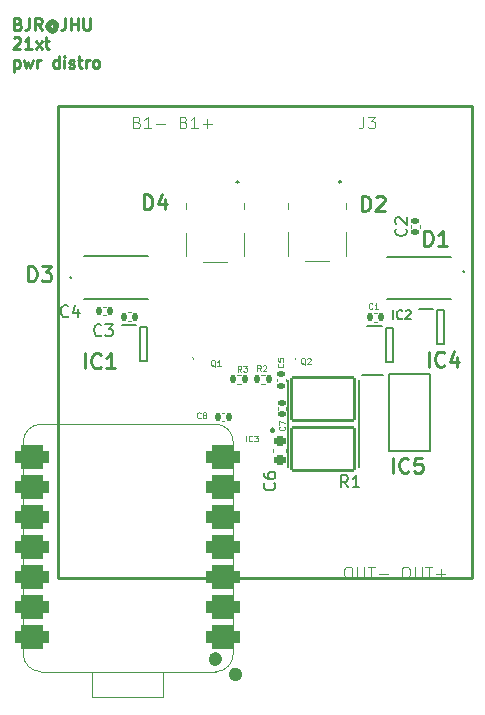
<source format=gbr>
G04 #@! TF.GenerationSoftware,KiCad,Pcbnew,8.0.7*
G04 #@! TF.CreationDate,2025-03-27T23:32:15-04:00*
G04 #@! TF.ProjectId,power_distribution_board,706f7765-725f-4646-9973-747269627574,1*
G04 #@! TF.SameCoordinates,Original*
G04 #@! TF.FileFunction,Legend,Top*
G04 #@! TF.FilePolarity,Positive*
%FSLAX46Y46*%
G04 Gerber Fmt 4.6, Leading zero omitted, Abs format (unit mm)*
G04 Created by KiCad (PCBNEW 8.0.7) date 2025-03-27 23:32:15*
%MOMM*%
%LPD*%
G01*
G04 APERTURE LIST*
G04 Aperture macros list*
%AMRoundRect*
0 Rectangle with rounded corners*
0 $1 Rounding radius*
0 $2 $3 $4 $5 $6 $7 $8 $9 X,Y pos of 4 corners*
0 Add a 4 corners polygon primitive as box body*
4,1,4,$2,$3,$4,$5,$6,$7,$8,$9,$2,$3,0*
0 Add four circle primitives for the rounded corners*
1,1,$1+$1,$2,$3*
1,1,$1+$1,$4,$5*
1,1,$1+$1,$6,$7*
1,1,$1+$1,$8,$9*
0 Add four rect primitives between the rounded corners*
20,1,$1+$1,$2,$3,$4,$5,0*
20,1,$1+$1,$4,$5,$6,$7,0*
20,1,$1+$1,$6,$7,$8,$9,0*
20,1,$1+$1,$8,$9,$2,$3,0*%
G04 Aperture macros list end*
%ADD10C,0.254000*%
%ADD11C,0.100000*%
%ADD12C,0.150000*%
%ADD13C,0.250000*%
%ADD14C,0.125000*%
%ADD15C,0.187500*%
%ADD16C,0.120000*%
%ADD17C,0.200000*%
%ADD18C,0.127000*%
%ADD19C,0.581507*%
%ADD20R,0.850000X0.300000*%
%ADD21R,0.690000X2.440000*%
%ADD22RoundRect,0.140000X0.140000X0.170000X-0.140000X0.170000X-0.140000X-0.170000X0.140000X-0.170000X0*%
%ADD23R,1.200000X0.600000*%
%ADD24RoundRect,0.135000X0.135000X0.185000X-0.135000X0.185000X-0.135000X-0.185000X0.135000X-0.185000X0*%
%ADD25RoundRect,0.225000X-0.250000X0.225000X-0.250000X-0.225000X0.250000X-0.225000X0.250000X0.225000X0*%
%ADD26R,0.750000X1.000000*%
%ADD27R,0.750000X0.475000*%
%ADD28R,4.560000X2.730000*%
%ADD29R,5.550000X0.910000*%
%ADD30R,4.560000X0.430000*%
%ADD31C,3.200000*%
%ADD32RoundRect,0.102000X-2.665000X1.815000X-2.665000X-1.815000X2.665000X-1.815000X2.665000X1.815000X0*%
%ADD33C,1.004000*%
%ADD34R,3.000000X5.000000*%
%ADD35R,5.000000X3.000000*%
%ADD36RoundRect,0.140000X0.170000X-0.140000X0.170000X0.140000X-0.170000X0.140000X-0.170000X-0.140000X0*%
%ADD37R,4.560000X4.055000*%
%ADD38R,0.495000X0.905000*%
%ADD39R,2.200000X2.150000*%
%ADD40R,1.750000X0.950000*%
%ADD41R,1.750000X3.200000*%
%ADD42RoundRect,0.525400X0.900400X0.525400X-0.900400X0.525400X-0.900400X-0.525400X0.900400X-0.525400X0*%
%ADD43RoundRect,0.140000X-0.140000X-0.170000X0.140000X-0.170000X0.140000X0.170000X-0.140000X0.170000X0*%
G04 APERTURE END LIST*
D10*
X23360000Y-10000000D02*
X58360000Y-10000000D01*
X58360000Y-50000000D01*
X23360000Y-50000000D01*
X23360000Y-10000000D01*
D11*
X47829881Y-48987419D02*
X48020357Y-48987419D01*
X48020357Y-48987419D02*
X48115595Y-49035038D01*
X48115595Y-49035038D02*
X48210833Y-49130276D01*
X48210833Y-49130276D02*
X48258452Y-49320752D01*
X48258452Y-49320752D02*
X48258452Y-49654085D01*
X48258452Y-49654085D02*
X48210833Y-49844561D01*
X48210833Y-49844561D02*
X48115595Y-49939800D01*
X48115595Y-49939800D02*
X48020357Y-49987419D01*
X48020357Y-49987419D02*
X47829881Y-49987419D01*
X47829881Y-49987419D02*
X47734643Y-49939800D01*
X47734643Y-49939800D02*
X47639405Y-49844561D01*
X47639405Y-49844561D02*
X47591786Y-49654085D01*
X47591786Y-49654085D02*
X47591786Y-49320752D01*
X47591786Y-49320752D02*
X47639405Y-49130276D01*
X47639405Y-49130276D02*
X47734643Y-49035038D01*
X47734643Y-49035038D02*
X47829881Y-48987419D01*
X48687024Y-48987419D02*
X48687024Y-49796942D01*
X48687024Y-49796942D02*
X48734643Y-49892180D01*
X48734643Y-49892180D02*
X48782262Y-49939800D01*
X48782262Y-49939800D02*
X48877500Y-49987419D01*
X48877500Y-49987419D02*
X49067976Y-49987419D01*
X49067976Y-49987419D02*
X49163214Y-49939800D01*
X49163214Y-49939800D02*
X49210833Y-49892180D01*
X49210833Y-49892180D02*
X49258452Y-49796942D01*
X49258452Y-49796942D02*
X49258452Y-48987419D01*
X49591786Y-48987419D02*
X50163214Y-48987419D01*
X49877500Y-49987419D02*
X49877500Y-48987419D01*
X50496548Y-49606466D02*
X51258453Y-49606466D01*
X52687024Y-48987419D02*
X52877500Y-48987419D01*
X52877500Y-48987419D02*
X52972738Y-49035038D01*
X52972738Y-49035038D02*
X53067976Y-49130276D01*
X53067976Y-49130276D02*
X53115595Y-49320752D01*
X53115595Y-49320752D02*
X53115595Y-49654085D01*
X53115595Y-49654085D02*
X53067976Y-49844561D01*
X53067976Y-49844561D02*
X52972738Y-49939800D01*
X52972738Y-49939800D02*
X52877500Y-49987419D01*
X52877500Y-49987419D02*
X52687024Y-49987419D01*
X52687024Y-49987419D02*
X52591786Y-49939800D01*
X52591786Y-49939800D02*
X52496548Y-49844561D01*
X52496548Y-49844561D02*
X52448929Y-49654085D01*
X52448929Y-49654085D02*
X52448929Y-49320752D01*
X52448929Y-49320752D02*
X52496548Y-49130276D01*
X52496548Y-49130276D02*
X52591786Y-49035038D01*
X52591786Y-49035038D02*
X52687024Y-48987419D01*
X53544167Y-48987419D02*
X53544167Y-49796942D01*
X53544167Y-49796942D02*
X53591786Y-49892180D01*
X53591786Y-49892180D02*
X53639405Y-49939800D01*
X53639405Y-49939800D02*
X53734643Y-49987419D01*
X53734643Y-49987419D02*
X53925119Y-49987419D01*
X53925119Y-49987419D02*
X54020357Y-49939800D01*
X54020357Y-49939800D02*
X54067976Y-49892180D01*
X54067976Y-49892180D02*
X54115595Y-49796942D01*
X54115595Y-49796942D02*
X54115595Y-48987419D01*
X54448929Y-48987419D02*
X55020357Y-48987419D01*
X54734643Y-49987419D02*
X54734643Y-48987419D01*
X55353691Y-49606466D02*
X56115596Y-49606466D01*
X55734643Y-49987419D02*
X55734643Y-49225514D01*
X30020000Y-11363609D02*
X30162857Y-11411228D01*
X30162857Y-11411228D02*
X30210476Y-11458847D01*
X30210476Y-11458847D02*
X30258095Y-11554085D01*
X30258095Y-11554085D02*
X30258095Y-11696942D01*
X30258095Y-11696942D02*
X30210476Y-11792180D01*
X30210476Y-11792180D02*
X30162857Y-11839800D01*
X30162857Y-11839800D02*
X30067619Y-11887419D01*
X30067619Y-11887419D02*
X29686667Y-11887419D01*
X29686667Y-11887419D02*
X29686667Y-10887419D01*
X29686667Y-10887419D02*
X30020000Y-10887419D01*
X30020000Y-10887419D02*
X30115238Y-10935038D01*
X30115238Y-10935038D02*
X30162857Y-10982657D01*
X30162857Y-10982657D02*
X30210476Y-11077895D01*
X30210476Y-11077895D02*
X30210476Y-11173133D01*
X30210476Y-11173133D02*
X30162857Y-11268371D01*
X30162857Y-11268371D02*
X30115238Y-11315990D01*
X30115238Y-11315990D02*
X30020000Y-11363609D01*
X30020000Y-11363609D02*
X29686667Y-11363609D01*
X31210476Y-11887419D02*
X30639048Y-11887419D01*
X30924762Y-11887419D02*
X30924762Y-10887419D01*
X30924762Y-10887419D02*
X30829524Y-11030276D01*
X30829524Y-11030276D02*
X30734286Y-11125514D01*
X30734286Y-11125514D02*
X30639048Y-11173133D01*
X31639048Y-11506466D02*
X32400953Y-11506466D01*
X33972381Y-11363609D02*
X34115238Y-11411228D01*
X34115238Y-11411228D02*
X34162857Y-11458847D01*
X34162857Y-11458847D02*
X34210476Y-11554085D01*
X34210476Y-11554085D02*
X34210476Y-11696942D01*
X34210476Y-11696942D02*
X34162857Y-11792180D01*
X34162857Y-11792180D02*
X34115238Y-11839800D01*
X34115238Y-11839800D02*
X34020000Y-11887419D01*
X34020000Y-11887419D02*
X33639048Y-11887419D01*
X33639048Y-11887419D02*
X33639048Y-10887419D01*
X33639048Y-10887419D02*
X33972381Y-10887419D01*
X33972381Y-10887419D02*
X34067619Y-10935038D01*
X34067619Y-10935038D02*
X34115238Y-10982657D01*
X34115238Y-10982657D02*
X34162857Y-11077895D01*
X34162857Y-11077895D02*
X34162857Y-11173133D01*
X34162857Y-11173133D02*
X34115238Y-11268371D01*
X34115238Y-11268371D02*
X34067619Y-11315990D01*
X34067619Y-11315990D02*
X33972381Y-11363609D01*
X33972381Y-11363609D02*
X33639048Y-11363609D01*
X35162857Y-11887419D02*
X34591429Y-11887419D01*
X34877143Y-11887419D02*
X34877143Y-10887419D01*
X34877143Y-10887419D02*
X34781905Y-11030276D01*
X34781905Y-11030276D02*
X34686667Y-11125514D01*
X34686667Y-11125514D02*
X34591429Y-11173133D01*
X35591429Y-11506466D02*
X36353334Y-11506466D01*
X35972381Y-11887419D02*
X35972381Y-11125514D01*
D12*
X24430000Y-24439580D02*
X24477619Y-24487200D01*
X24477619Y-24487200D02*
X24430000Y-24534819D01*
X24430000Y-24534819D02*
X24382381Y-24487200D01*
X24382381Y-24487200D02*
X24430000Y-24439580D01*
X24430000Y-24439580D02*
X24430000Y-24534819D01*
D13*
X19955760Y-3038438D02*
X20098617Y-3086057D01*
X20098617Y-3086057D02*
X20146236Y-3133676D01*
X20146236Y-3133676D02*
X20193855Y-3228914D01*
X20193855Y-3228914D02*
X20193855Y-3371771D01*
X20193855Y-3371771D02*
X20146236Y-3467009D01*
X20146236Y-3467009D02*
X20098617Y-3514629D01*
X20098617Y-3514629D02*
X20003379Y-3562248D01*
X20003379Y-3562248D02*
X19622427Y-3562248D01*
X19622427Y-3562248D02*
X19622427Y-2562248D01*
X19622427Y-2562248D02*
X19955760Y-2562248D01*
X19955760Y-2562248D02*
X20050998Y-2609867D01*
X20050998Y-2609867D02*
X20098617Y-2657486D01*
X20098617Y-2657486D02*
X20146236Y-2752724D01*
X20146236Y-2752724D02*
X20146236Y-2847962D01*
X20146236Y-2847962D02*
X20098617Y-2943200D01*
X20098617Y-2943200D02*
X20050998Y-2990819D01*
X20050998Y-2990819D02*
X19955760Y-3038438D01*
X19955760Y-3038438D02*
X19622427Y-3038438D01*
X20908141Y-2562248D02*
X20908141Y-3276533D01*
X20908141Y-3276533D02*
X20860522Y-3419390D01*
X20860522Y-3419390D02*
X20765284Y-3514629D01*
X20765284Y-3514629D02*
X20622427Y-3562248D01*
X20622427Y-3562248D02*
X20527189Y-3562248D01*
X21955760Y-3562248D02*
X21622427Y-3086057D01*
X21384332Y-3562248D02*
X21384332Y-2562248D01*
X21384332Y-2562248D02*
X21765284Y-2562248D01*
X21765284Y-2562248D02*
X21860522Y-2609867D01*
X21860522Y-2609867D02*
X21908141Y-2657486D01*
X21908141Y-2657486D02*
X21955760Y-2752724D01*
X21955760Y-2752724D02*
X21955760Y-2895581D01*
X21955760Y-2895581D02*
X21908141Y-2990819D01*
X21908141Y-2990819D02*
X21860522Y-3038438D01*
X21860522Y-3038438D02*
X21765284Y-3086057D01*
X21765284Y-3086057D02*
X21384332Y-3086057D01*
X23003379Y-3086057D02*
X22955760Y-3038438D01*
X22955760Y-3038438D02*
X22860522Y-2990819D01*
X22860522Y-2990819D02*
X22765284Y-2990819D01*
X22765284Y-2990819D02*
X22670046Y-3038438D01*
X22670046Y-3038438D02*
X22622427Y-3086057D01*
X22622427Y-3086057D02*
X22574808Y-3181295D01*
X22574808Y-3181295D02*
X22574808Y-3276533D01*
X22574808Y-3276533D02*
X22622427Y-3371771D01*
X22622427Y-3371771D02*
X22670046Y-3419390D01*
X22670046Y-3419390D02*
X22765284Y-3467009D01*
X22765284Y-3467009D02*
X22860522Y-3467009D01*
X22860522Y-3467009D02*
X22955760Y-3419390D01*
X22955760Y-3419390D02*
X23003379Y-3371771D01*
X23003379Y-2990819D02*
X23003379Y-3371771D01*
X23003379Y-3371771D02*
X23050998Y-3419390D01*
X23050998Y-3419390D02*
X23098617Y-3419390D01*
X23098617Y-3419390D02*
X23193856Y-3371771D01*
X23193856Y-3371771D02*
X23241475Y-3276533D01*
X23241475Y-3276533D02*
X23241475Y-3038438D01*
X23241475Y-3038438D02*
X23146237Y-2895581D01*
X23146237Y-2895581D02*
X23003379Y-2800343D01*
X23003379Y-2800343D02*
X22812903Y-2752724D01*
X22812903Y-2752724D02*
X22622427Y-2800343D01*
X22622427Y-2800343D02*
X22479570Y-2895581D01*
X22479570Y-2895581D02*
X22384332Y-3038438D01*
X22384332Y-3038438D02*
X22336713Y-3228914D01*
X22336713Y-3228914D02*
X22384332Y-3419390D01*
X22384332Y-3419390D02*
X22479570Y-3562248D01*
X22479570Y-3562248D02*
X22622427Y-3657486D01*
X22622427Y-3657486D02*
X22812903Y-3705105D01*
X22812903Y-3705105D02*
X23003379Y-3657486D01*
X23003379Y-3657486D02*
X23146237Y-3562248D01*
X23955760Y-2562248D02*
X23955760Y-3276533D01*
X23955760Y-3276533D02*
X23908141Y-3419390D01*
X23908141Y-3419390D02*
X23812903Y-3514629D01*
X23812903Y-3514629D02*
X23670046Y-3562248D01*
X23670046Y-3562248D02*
X23574808Y-3562248D01*
X24431951Y-3562248D02*
X24431951Y-2562248D01*
X24431951Y-3038438D02*
X25003379Y-3038438D01*
X25003379Y-3562248D02*
X25003379Y-2562248D01*
X25479570Y-2562248D02*
X25479570Y-3371771D01*
X25479570Y-3371771D02*
X25527189Y-3467009D01*
X25527189Y-3467009D02*
X25574808Y-3514629D01*
X25574808Y-3514629D02*
X25670046Y-3562248D01*
X25670046Y-3562248D02*
X25860522Y-3562248D01*
X25860522Y-3562248D02*
X25955760Y-3514629D01*
X25955760Y-3514629D02*
X26003379Y-3467009D01*
X26003379Y-3467009D02*
X26050998Y-3371771D01*
X26050998Y-3371771D02*
X26050998Y-2562248D01*
X19574808Y-4267430D02*
X19622427Y-4219811D01*
X19622427Y-4219811D02*
X19717665Y-4172192D01*
X19717665Y-4172192D02*
X19955760Y-4172192D01*
X19955760Y-4172192D02*
X20050998Y-4219811D01*
X20050998Y-4219811D02*
X20098617Y-4267430D01*
X20098617Y-4267430D02*
X20146236Y-4362668D01*
X20146236Y-4362668D02*
X20146236Y-4457906D01*
X20146236Y-4457906D02*
X20098617Y-4600763D01*
X20098617Y-4600763D02*
X19527189Y-5172192D01*
X19527189Y-5172192D02*
X20146236Y-5172192D01*
X21098617Y-5172192D02*
X20527189Y-5172192D01*
X20812903Y-5172192D02*
X20812903Y-4172192D01*
X20812903Y-4172192D02*
X20717665Y-4315049D01*
X20717665Y-4315049D02*
X20622427Y-4410287D01*
X20622427Y-4410287D02*
X20527189Y-4457906D01*
X21431951Y-5172192D02*
X21955760Y-4505525D01*
X21431951Y-4505525D02*
X21955760Y-5172192D01*
X22193856Y-4505525D02*
X22574808Y-4505525D01*
X22336713Y-4172192D02*
X22336713Y-5029334D01*
X22336713Y-5029334D02*
X22384332Y-5124573D01*
X22384332Y-5124573D02*
X22479570Y-5172192D01*
X22479570Y-5172192D02*
X22574808Y-5172192D01*
X19622427Y-6115469D02*
X19622427Y-7115469D01*
X19622427Y-6163088D02*
X19717665Y-6115469D01*
X19717665Y-6115469D02*
X19908141Y-6115469D01*
X19908141Y-6115469D02*
X20003379Y-6163088D01*
X20003379Y-6163088D02*
X20050998Y-6210707D01*
X20050998Y-6210707D02*
X20098617Y-6305945D01*
X20098617Y-6305945D02*
X20098617Y-6591659D01*
X20098617Y-6591659D02*
X20050998Y-6686897D01*
X20050998Y-6686897D02*
X20003379Y-6734517D01*
X20003379Y-6734517D02*
X19908141Y-6782136D01*
X19908141Y-6782136D02*
X19717665Y-6782136D01*
X19717665Y-6782136D02*
X19622427Y-6734517D01*
X20431951Y-6115469D02*
X20622427Y-6782136D01*
X20622427Y-6782136D02*
X20812903Y-6305945D01*
X20812903Y-6305945D02*
X21003379Y-6782136D01*
X21003379Y-6782136D02*
X21193855Y-6115469D01*
X21574808Y-6782136D02*
X21574808Y-6115469D01*
X21574808Y-6305945D02*
X21622427Y-6210707D01*
X21622427Y-6210707D02*
X21670046Y-6163088D01*
X21670046Y-6163088D02*
X21765284Y-6115469D01*
X21765284Y-6115469D02*
X21860522Y-6115469D01*
X23384332Y-6782136D02*
X23384332Y-5782136D01*
X23384332Y-6734517D02*
X23289094Y-6782136D01*
X23289094Y-6782136D02*
X23098618Y-6782136D01*
X23098618Y-6782136D02*
X23003380Y-6734517D01*
X23003380Y-6734517D02*
X22955761Y-6686897D01*
X22955761Y-6686897D02*
X22908142Y-6591659D01*
X22908142Y-6591659D02*
X22908142Y-6305945D01*
X22908142Y-6305945D02*
X22955761Y-6210707D01*
X22955761Y-6210707D02*
X23003380Y-6163088D01*
X23003380Y-6163088D02*
X23098618Y-6115469D01*
X23098618Y-6115469D02*
X23289094Y-6115469D01*
X23289094Y-6115469D02*
X23384332Y-6163088D01*
X23860523Y-6782136D02*
X23860523Y-6115469D01*
X23860523Y-5782136D02*
X23812904Y-5829755D01*
X23812904Y-5829755D02*
X23860523Y-5877374D01*
X23860523Y-5877374D02*
X23908142Y-5829755D01*
X23908142Y-5829755D02*
X23860523Y-5782136D01*
X23860523Y-5782136D02*
X23860523Y-5877374D01*
X24289094Y-6734517D02*
X24384332Y-6782136D01*
X24384332Y-6782136D02*
X24574808Y-6782136D01*
X24574808Y-6782136D02*
X24670046Y-6734517D01*
X24670046Y-6734517D02*
X24717665Y-6639278D01*
X24717665Y-6639278D02*
X24717665Y-6591659D01*
X24717665Y-6591659D02*
X24670046Y-6496421D01*
X24670046Y-6496421D02*
X24574808Y-6448802D01*
X24574808Y-6448802D02*
X24431951Y-6448802D01*
X24431951Y-6448802D02*
X24336713Y-6401183D01*
X24336713Y-6401183D02*
X24289094Y-6305945D01*
X24289094Y-6305945D02*
X24289094Y-6258326D01*
X24289094Y-6258326D02*
X24336713Y-6163088D01*
X24336713Y-6163088D02*
X24431951Y-6115469D01*
X24431951Y-6115469D02*
X24574808Y-6115469D01*
X24574808Y-6115469D02*
X24670046Y-6163088D01*
X25003380Y-6115469D02*
X25384332Y-6115469D01*
X25146237Y-5782136D02*
X25146237Y-6639278D01*
X25146237Y-6639278D02*
X25193856Y-6734517D01*
X25193856Y-6734517D02*
X25289094Y-6782136D01*
X25289094Y-6782136D02*
X25384332Y-6782136D01*
X25717666Y-6782136D02*
X25717666Y-6115469D01*
X25717666Y-6305945D02*
X25765285Y-6210707D01*
X25765285Y-6210707D02*
X25812904Y-6163088D01*
X25812904Y-6163088D02*
X25908142Y-6115469D01*
X25908142Y-6115469D02*
X26003380Y-6115469D01*
X26479571Y-6782136D02*
X26384333Y-6734517D01*
X26384333Y-6734517D02*
X26336714Y-6686897D01*
X26336714Y-6686897D02*
X26289095Y-6591659D01*
X26289095Y-6591659D02*
X26289095Y-6305945D01*
X26289095Y-6305945D02*
X26336714Y-6210707D01*
X26336714Y-6210707D02*
X26384333Y-6163088D01*
X26384333Y-6163088D02*
X26479571Y-6115469D01*
X26479571Y-6115469D02*
X26622428Y-6115469D01*
X26622428Y-6115469D02*
X26717666Y-6163088D01*
X26717666Y-6163088D02*
X26765285Y-6210707D01*
X26765285Y-6210707D02*
X26812904Y-6305945D01*
X26812904Y-6305945D02*
X26812904Y-6591659D01*
X26812904Y-6591659D02*
X26765285Y-6686897D01*
X26765285Y-6686897D02*
X26717666Y-6734517D01*
X26717666Y-6734517D02*
X26622428Y-6782136D01*
X26622428Y-6782136D02*
X26479571Y-6782136D01*
D12*
X57700000Y-23929580D02*
X57747619Y-23977200D01*
X57747619Y-23977200D02*
X57700000Y-24024819D01*
X57700000Y-24024819D02*
X57652381Y-23977200D01*
X57652381Y-23977200D02*
X57700000Y-23929580D01*
X57700000Y-23929580D02*
X57700000Y-24024819D01*
D14*
X39271905Y-38394809D02*
X39271905Y-37894809D01*
X39795714Y-38347190D02*
X39771905Y-38371000D01*
X39771905Y-38371000D02*
X39700476Y-38394809D01*
X39700476Y-38394809D02*
X39652857Y-38394809D01*
X39652857Y-38394809D02*
X39581429Y-38371000D01*
X39581429Y-38371000D02*
X39533810Y-38323380D01*
X39533810Y-38323380D02*
X39510000Y-38275761D01*
X39510000Y-38275761D02*
X39486191Y-38180523D01*
X39486191Y-38180523D02*
X39486191Y-38109095D01*
X39486191Y-38109095D02*
X39510000Y-38013857D01*
X39510000Y-38013857D02*
X39533810Y-37966238D01*
X39533810Y-37966238D02*
X39581429Y-37918619D01*
X39581429Y-37918619D02*
X39652857Y-37894809D01*
X39652857Y-37894809D02*
X39700476Y-37894809D01*
X39700476Y-37894809D02*
X39771905Y-37918619D01*
X39771905Y-37918619D02*
X39795714Y-37942428D01*
X39962381Y-37894809D02*
X40271905Y-37894809D01*
X40271905Y-37894809D02*
X40105238Y-38085285D01*
X40105238Y-38085285D02*
X40176667Y-38085285D01*
X40176667Y-38085285D02*
X40224286Y-38109095D01*
X40224286Y-38109095D02*
X40248095Y-38132904D01*
X40248095Y-38132904D02*
X40271905Y-38180523D01*
X40271905Y-38180523D02*
X40271905Y-38299571D01*
X40271905Y-38299571D02*
X40248095Y-38347190D01*
X40248095Y-38347190D02*
X40224286Y-38371000D01*
X40224286Y-38371000D02*
X40176667Y-38394809D01*
X40176667Y-38394809D02*
X40033810Y-38394809D01*
X40033810Y-38394809D02*
X39986191Y-38371000D01*
X39986191Y-38371000D02*
X39962381Y-38347190D01*
X35406666Y-36382190D02*
X35382857Y-36406000D01*
X35382857Y-36406000D02*
X35311428Y-36429809D01*
X35311428Y-36429809D02*
X35263809Y-36429809D01*
X35263809Y-36429809D02*
X35192381Y-36406000D01*
X35192381Y-36406000D02*
X35144762Y-36358380D01*
X35144762Y-36358380D02*
X35120952Y-36310761D01*
X35120952Y-36310761D02*
X35097143Y-36215523D01*
X35097143Y-36215523D02*
X35097143Y-36144095D01*
X35097143Y-36144095D02*
X35120952Y-36048857D01*
X35120952Y-36048857D02*
X35144762Y-36001238D01*
X35144762Y-36001238D02*
X35192381Y-35953619D01*
X35192381Y-35953619D02*
X35263809Y-35929809D01*
X35263809Y-35929809D02*
X35311428Y-35929809D01*
X35311428Y-35929809D02*
X35382857Y-35953619D01*
X35382857Y-35953619D02*
X35406666Y-35977428D01*
X35692381Y-36144095D02*
X35644762Y-36120285D01*
X35644762Y-36120285D02*
X35620952Y-36096476D01*
X35620952Y-36096476D02*
X35597143Y-36048857D01*
X35597143Y-36048857D02*
X35597143Y-36025047D01*
X35597143Y-36025047D02*
X35620952Y-35977428D01*
X35620952Y-35977428D02*
X35644762Y-35953619D01*
X35644762Y-35953619D02*
X35692381Y-35929809D01*
X35692381Y-35929809D02*
X35787619Y-35929809D01*
X35787619Y-35929809D02*
X35835238Y-35953619D01*
X35835238Y-35953619D02*
X35859047Y-35977428D01*
X35859047Y-35977428D02*
X35882857Y-36025047D01*
X35882857Y-36025047D02*
X35882857Y-36048857D01*
X35882857Y-36048857D02*
X35859047Y-36096476D01*
X35859047Y-36096476D02*
X35835238Y-36120285D01*
X35835238Y-36120285D02*
X35787619Y-36144095D01*
X35787619Y-36144095D02*
X35692381Y-36144095D01*
X35692381Y-36144095D02*
X35644762Y-36167904D01*
X35644762Y-36167904D02*
X35620952Y-36191714D01*
X35620952Y-36191714D02*
X35597143Y-36239333D01*
X35597143Y-36239333D02*
X35597143Y-36334571D01*
X35597143Y-36334571D02*
X35620952Y-36382190D01*
X35620952Y-36382190D02*
X35644762Y-36406000D01*
X35644762Y-36406000D02*
X35692381Y-36429809D01*
X35692381Y-36429809D02*
X35787619Y-36429809D01*
X35787619Y-36429809D02*
X35835238Y-36406000D01*
X35835238Y-36406000D02*
X35859047Y-36382190D01*
X35859047Y-36382190D02*
X35882857Y-36334571D01*
X35882857Y-36334571D02*
X35882857Y-36239333D01*
X35882857Y-36239333D02*
X35859047Y-36191714D01*
X35859047Y-36191714D02*
X35835238Y-36167904D01*
X35835238Y-36167904D02*
X35787619Y-36144095D01*
D12*
X27003333Y-29379580D02*
X26955714Y-29427200D01*
X26955714Y-29427200D02*
X26812857Y-29474819D01*
X26812857Y-29474819D02*
X26717619Y-29474819D01*
X26717619Y-29474819D02*
X26574762Y-29427200D01*
X26574762Y-29427200D02*
X26479524Y-29331961D01*
X26479524Y-29331961D02*
X26431905Y-29236723D01*
X26431905Y-29236723D02*
X26384286Y-29046247D01*
X26384286Y-29046247D02*
X26384286Y-28903390D01*
X26384286Y-28903390D02*
X26431905Y-28712914D01*
X26431905Y-28712914D02*
X26479524Y-28617676D01*
X26479524Y-28617676D02*
X26574762Y-28522438D01*
X26574762Y-28522438D02*
X26717619Y-28474819D01*
X26717619Y-28474819D02*
X26812857Y-28474819D01*
X26812857Y-28474819D02*
X26955714Y-28522438D01*
X26955714Y-28522438D02*
X27003333Y-28570057D01*
X27336667Y-28474819D02*
X27955714Y-28474819D01*
X27955714Y-28474819D02*
X27622381Y-28855771D01*
X27622381Y-28855771D02*
X27765238Y-28855771D01*
X27765238Y-28855771D02*
X27860476Y-28903390D01*
X27860476Y-28903390D02*
X27908095Y-28951009D01*
X27908095Y-28951009D02*
X27955714Y-29046247D01*
X27955714Y-29046247D02*
X27955714Y-29284342D01*
X27955714Y-29284342D02*
X27908095Y-29379580D01*
X27908095Y-29379580D02*
X27860476Y-29427200D01*
X27860476Y-29427200D02*
X27765238Y-29474819D01*
X27765238Y-29474819D02*
X27479524Y-29474819D01*
X27479524Y-29474819D02*
X27384286Y-29427200D01*
X27384286Y-29427200D02*
X27336667Y-29379580D01*
D10*
X54710237Y-32054318D02*
X54710237Y-30784318D01*
X56040714Y-31933365D02*
X55980238Y-31993842D01*
X55980238Y-31993842D02*
X55798809Y-32054318D01*
X55798809Y-32054318D02*
X55677857Y-32054318D01*
X55677857Y-32054318D02*
X55496428Y-31993842D01*
X55496428Y-31993842D02*
X55375476Y-31872889D01*
X55375476Y-31872889D02*
X55314999Y-31751937D01*
X55314999Y-31751937D02*
X55254523Y-31510032D01*
X55254523Y-31510032D02*
X55254523Y-31328603D01*
X55254523Y-31328603D02*
X55314999Y-31086699D01*
X55314999Y-31086699D02*
X55375476Y-30965746D01*
X55375476Y-30965746D02*
X55496428Y-30844794D01*
X55496428Y-30844794D02*
X55677857Y-30784318D01*
X55677857Y-30784318D02*
X55798809Y-30784318D01*
X55798809Y-30784318D02*
X55980238Y-30844794D01*
X55980238Y-30844794D02*
X56040714Y-30905270D01*
X57129285Y-31207651D02*
X57129285Y-32054318D01*
X56826904Y-30723842D02*
X56524523Y-31630984D01*
X56524523Y-31630984D02*
X57310714Y-31630984D01*
D14*
X40506666Y-32454809D02*
X40340000Y-32216714D01*
X40220952Y-32454809D02*
X40220952Y-31954809D01*
X40220952Y-31954809D02*
X40411428Y-31954809D01*
X40411428Y-31954809D02*
X40459047Y-31978619D01*
X40459047Y-31978619D02*
X40482857Y-32002428D01*
X40482857Y-32002428D02*
X40506666Y-32050047D01*
X40506666Y-32050047D02*
X40506666Y-32121476D01*
X40506666Y-32121476D02*
X40482857Y-32169095D01*
X40482857Y-32169095D02*
X40459047Y-32192904D01*
X40459047Y-32192904D02*
X40411428Y-32216714D01*
X40411428Y-32216714D02*
X40220952Y-32216714D01*
X40697143Y-32002428D02*
X40720952Y-31978619D01*
X40720952Y-31978619D02*
X40768571Y-31954809D01*
X40768571Y-31954809D02*
X40887619Y-31954809D01*
X40887619Y-31954809D02*
X40935238Y-31978619D01*
X40935238Y-31978619D02*
X40959047Y-32002428D01*
X40959047Y-32002428D02*
X40982857Y-32050047D01*
X40982857Y-32050047D02*
X40982857Y-32097666D01*
X40982857Y-32097666D02*
X40959047Y-32169095D01*
X40959047Y-32169095D02*
X40673333Y-32454809D01*
X40673333Y-32454809D02*
X40982857Y-32454809D01*
D12*
X41639580Y-41926666D02*
X41687200Y-41974285D01*
X41687200Y-41974285D02*
X41734819Y-42117142D01*
X41734819Y-42117142D02*
X41734819Y-42212380D01*
X41734819Y-42212380D02*
X41687200Y-42355237D01*
X41687200Y-42355237D02*
X41591961Y-42450475D01*
X41591961Y-42450475D02*
X41496723Y-42498094D01*
X41496723Y-42498094D02*
X41306247Y-42545713D01*
X41306247Y-42545713D02*
X41163390Y-42545713D01*
X41163390Y-42545713D02*
X40972914Y-42498094D01*
X40972914Y-42498094D02*
X40877676Y-42450475D01*
X40877676Y-42450475D02*
X40782438Y-42355237D01*
X40782438Y-42355237D02*
X40734819Y-42212380D01*
X40734819Y-42212380D02*
X40734819Y-42117142D01*
X40734819Y-42117142D02*
X40782438Y-41974285D01*
X40782438Y-41974285D02*
X40830057Y-41926666D01*
X40734819Y-41069523D02*
X40734819Y-41259999D01*
X40734819Y-41259999D02*
X40782438Y-41355237D01*
X40782438Y-41355237D02*
X40830057Y-41402856D01*
X40830057Y-41402856D02*
X40972914Y-41498094D01*
X40972914Y-41498094D02*
X41163390Y-41545713D01*
X41163390Y-41545713D02*
X41544342Y-41545713D01*
X41544342Y-41545713D02*
X41639580Y-41498094D01*
X41639580Y-41498094D02*
X41687200Y-41450475D01*
X41687200Y-41450475D02*
X41734819Y-41355237D01*
X41734819Y-41355237D02*
X41734819Y-41164761D01*
X41734819Y-41164761D02*
X41687200Y-41069523D01*
X41687200Y-41069523D02*
X41639580Y-41021904D01*
X41639580Y-41021904D02*
X41544342Y-40974285D01*
X41544342Y-40974285D02*
X41306247Y-40974285D01*
X41306247Y-40974285D02*
X41211009Y-41021904D01*
X41211009Y-41021904D02*
X41163390Y-41069523D01*
X41163390Y-41069523D02*
X41115771Y-41164761D01*
X41115771Y-41164761D02*
X41115771Y-41355237D01*
X41115771Y-41355237D02*
X41163390Y-41450475D01*
X41163390Y-41450475D02*
X41211009Y-41498094D01*
X41211009Y-41498094D02*
X41306247Y-41545713D01*
D10*
X49062618Y-18884318D02*
X49062618Y-17614318D01*
X49062618Y-17614318D02*
X49364999Y-17614318D01*
X49364999Y-17614318D02*
X49546428Y-17674794D01*
X49546428Y-17674794D02*
X49667380Y-17795746D01*
X49667380Y-17795746D02*
X49727857Y-17916699D01*
X49727857Y-17916699D02*
X49788333Y-18158603D01*
X49788333Y-18158603D02*
X49788333Y-18340032D01*
X49788333Y-18340032D02*
X49727857Y-18581937D01*
X49727857Y-18581937D02*
X49667380Y-18702889D01*
X49667380Y-18702889D02*
X49546428Y-18823842D01*
X49546428Y-18823842D02*
X49364999Y-18884318D01*
X49364999Y-18884318D02*
X49062618Y-18884318D01*
X50272142Y-17735270D02*
X50332618Y-17674794D01*
X50332618Y-17674794D02*
X50453571Y-17614318D01*
X50453571Y-17614318D02*
X50755952Y-17614318D01*
X50755952Y-17614318D02*
X50876904Y-17674794D01*
X50876904Y-17674794D02*
X50937380Y-17735270D01*
X50937380Y-17735270D02*
X50997857Y-17856222D01*
X50997857Y-17856222D02*
X50997857Y-17977175D01*
X50997857Y-17977175D02*
X50937380Y-18158603D01*
X50937380Y-18158603D02*
X50211666Y-18884318D01*
X50211666Y-18884318D02*
X50997857Y-18884318D01*
X30592618Y-18754318D02*
X30592618Y-17484318D01*
X30592618Y-17484318D02*
X30894999Y-17484318D01*
X30894999Y-17484318D02*
X31076428Y-17544794D01*
X31076428Y-17544794D02*
X31197380Y-17665746D01*
X31197380Y-17665746D02*
X31257857Y-17786699D01*
X31257857Y-17786699D02*
X31318333Y-18028603D01*
X31318333Y-18028603D02*
X31318333Y-18210032D01*
X31318333Y-18210032D02*
X31257857Y-18451937D01*
X31257857Y-18451937D02*
X31197380Y-18572889D01*
X31197380Y-18572889D02*
X31076428Y-18693842D01*
X31076428Y-18693842D02*
X30894999Y-18754318D01*
X30894999Y-18754318D02*
X30592618Y-18754318D01*
X32406904Y-17907651D02*
X32406904Y-18754318D01*
X32104523Y-17423842D02*
X31802142Y-18330984D01*
X31802142Y-18330984D02*
X32588333Y-18330984D01*
D12*
X47893333Y-42264819D02*
X47560000Y-41788628D01*
X47321905Y-42264819D02*
X47321905Y-41264819D01*
X47321905Y-41264819D02*
X47702857Y-41264819D01*
X47702857Y-41264819D02*
X47798095Y-41312438D01*
X47798095Y-41312438D02*
X47845714Y-41360057D01*
X47845714Y-41360057D02*
X47893333Y-41455295D01*
X47893333Y-41455295D02*
X47893333Y-41598152D01*
X47893333Y-41598152D02*
X47845714Y-41693390D01*
X47845714Y-41693390D02*
X47798095Y-41741009D01*
X47798095Y-41741009D02*
X47702857Y-41788628D01*
X47702857Y-41788628D02*
X47321905Y-41788628D01*
X48845714Y-42264819D02*
X48274286Y-42264819D01*
X48560000Y-42264819D02*
X48560000Y-41264819D01*
X48560000Y-41264819D02*
X48464762Y-41407676D01*
X48464762Y-41407676D02*
X48369524Y-41502914D01*
X48369524Y-41502914D02*
X48274286Y-41550533D01*
D14*
X42507190Y-37143333D02*
X42531000Y-37167142D01*
X42531000Y-37167142D02*
X42554809Y-37238571D01*
X42554809Y-37238571D02*
X42554809Y-37286190D01*
X42554809Y-37286190D02*
X42531000Y-37357618D01*
X42531000Y-37357618D02*
X42483380Y-37405237D01*
X42483380Y-37405237D02*
X42435761Y-37429047D01*
X42435761Y-37429047D02*
X42340523Y-37452856D01*
X42340523Y-37452856D02*
X42269095Y-37452856D01*
X42269095Y-37452856D02*
X42173857Y-37429047D01*
X42173857Y-37429047D02*
X42126238Y-37405237D01*
X42126238Y-37405237D02*
X42078619Y-37357618D01*
X42078619Y-37357618D02*
X42054809Y-37286190D01*
X42054809Y-37286190D02*
X42054809Y-37238571D01*
X42054809Y-37238571D02*
X42078619Y-37167142D01*
X42078619Y-37167142D02*
X42102428Y-37143333D01*
X42054809Y-36976666D02*
X42054809Y-36643333D01*
X42054809Y-36643333D02*
X42554809Y-36857618D01*
X49956666Y-27137190D02*
X49932857Y-27161000D01*
X49932857Y-27161000D02*
X49861428Y-27184809D01*
X49861428Y-27184809D02*
X49813809Y-27184809D01*
X49813809Y-27184809D02*
X49742381Y-27161000D01*
X49742381Y-27161000D02*
X49694762Y-27113380D01*
X49694762Y-27113380D02*
X49670952Y-27065761D01*
X49670952Y-27065761D02*
X49647143Y-26970523D01*
X49647143Y-26970523D02*
X49647143Y-26899095D01*
X49647143Y-26899095D02*
X49670952Y-26803857D01*
X49670952Y-26803857D02*
X49694762Y-26756238D01*
X49694762Y-26756238D02*
X49742381Y-26708619D01*
X49742381Y-26708619D02*
X49813809Y-26684809D01*
X49813809Y-26684809D02*
X49861428Y-26684809D01*
X49861428Y-26684809D02*
X49932857Y-26708619D01*
X49932857Y-26708619D02*
X49956666Y-26732428D01*
X50432857Y-27184809D02*
X50147143Y-27184809D01*
X50290000Y-27184809D02*
X50290000Y-26684809D01*
X50290000Y-26684809D02*
X50242381Y-26756238D01*
X50242381Y-26756238D02*
X50194762Y-26803857D01*
X50194762Y-26803857D02*
X50147143Y-26827666D01*
X36642380Y-32062428D02*
X36594761Y-32038619D01*
X36594761Y-32038619D02*
X36547142Y-31991000D01*
X36547142Y-31991000D02*
X36475714Y-31919571D01*
X36475714Y-31919571D02*
X36428095Y-31895761D01*
X36428095Y-31895761D02*
X36380476Y-31895761D01*
X36404285Y-32014809D02*
X36356666Y-31991000D01*
X36356666Y-31991000D02*
X36309047Y-31943380D01*
X36309047Y-31943380D02*
X36285238Y-31848142D01*
X36285238Y-31848142D02*
X36285238Y-31681476D01*
X36285238Y-31681476D02*
X36309047Y-31586238D01*
X36309047Y-31586238D02*
X36356666Y-31538619D01*
X36356666Y-31538619D02*
X36404285Y-31514809D01*
X36404285Y-31514809D02*
X36499523Y-31514809D01*
X36499523Y-31514809D02*
X36547142Y-31538619D01*
X36547142Y-31538619D02*
X36594761Y-31586238D01*
X36594761Y-31586238D02*
X36618571Y-31681476D01*
X36618571Y-31681476D02*
X36618571Y-31848142D01*
X36618571Y-31848142D02*
X36594761Y-31943380D01*
X36594761Y-31943380D02*
X36547142Y-31991000D01*
X36547142Y-31991000D02*
X36499523Y-32014809D01*
X36499523Y-32014809D02*
X36404285Y-32014809D01*
X37094762Y-32014809D02*
X36809048Y-32014809D01*
X36951905Y-32014809D02*
X36951905Y-31514809D01*
X36951905Y-31514809D02*
X36904286Y-31586238D01*
X36904286Y-31586238D02*
X36856667Y-31633857D01*
X36856667Y-31633857D02*
X36809048Y-31657666D01*
D10*
X20802618Y-24854318D02*
X20802618Y-23584318D01*
X20802618Y-23584318D02*
X21104999Y-23584318D01*
X21104999Y-23584318D02*
X21286428Y-23644794D01*
X21286428Y-23644794D02*
X21407380Y-23765746D01*
X21407380Y-23765746D02*
X21467857Y-23886699D01*
X21467857Y-23886699D02*
X21528333Y-24128603D01*
X21528333Y-24128603D02*
X21528333Y-24310032D01*
X21528333Y-24310032D02*
X21467857Y-24551937D01*
X21467857Y-24551937D02*
X21407380Y-24672889D01*
X21407380Y-24672889D02*
X21286428Y-24793842D01*
X21286428Y-24793842D02*
X21104999Y-24854318D01*
X21104999Y-24854318D02*
X20802618Y-24854318D01*
X21951666Y-23584318D02*
X22737857Y-23584318D01*
X22737857Y-23584318D02*
X22314523Y-24068127D01*
X22314523Y-24068127D02*
X22495952Y-24068127D01*
X22495952Y-24068127D02*
X22616904Y-24128603D01*
X22616904Y-24128603D02*
X22677380Y-24189080D01*
X22677380Y-24189080D02*
X22737857Y-24310032D01*
X22737857Y-24310032D02*
X22737857Y-24612413D01*
X22737857Y-24612413D02*
X22677380Y-24733365D01*
X22677380Y-24733365D02*
X22616904Y-24793842D01*
X22616904Y-24793842D02*
X22495952Y-24854318D01*
X22495952Y-24854318D02*
X22133095Y-24854318D01*
X22133095Y-24854318D02*
X22012142Y-24793842D01*
X22012142Y-24793842D02*
X21951666Y-24733365D01*
D14*
X42377190Y-31823333D02*
X42401000Y-31847142D01*
X42401000Y-31847142D02*
X42424809Y-31918571D01*
X42424809Y-31918571D02*
X42424809Y-31966190D01*
X42424809Y-31966190D02*
X42401000Y-32037618D01*
X42401000Y-32037618D02*
X42353380Y-32085237D01*
X42353380Y-32085237D02*
X42305761Y-32109047D01*
X42305761Y-32109047D02*
X42210523Y-32132856D01*
X42210523Y-32132856D02*
X42139095Y-32132856D01*
X42139095Y-32132856D02*
X42043857Y-32109047D01*
X42043857Y-32109047D02*
X41996238Y-32085237D01*
X41996238Y-32085237D02*
X41948619Y-32037618D01*
X41948619Y-32037618D02*
X41924809Y-31966190D01*
X41924809Y-31966190D02*
X41924809Y-31918571D01*
X41924809Y-31918571D02*
X41948619Y-31847142D01*
X41948619Y-31847142D02*
X41972428Y-31823333D01*
X41924809Y-31370952D02*
X41924809Y-31609047D01*
X41924809Y-31609047D02*
X42162904Y-31632856D01*
X42162904Y-31632856D02*
X42139095Y-31609047D01*
X42139095Y-31609047D02*
X42115285Y-31561428D01*
X42115285Y-31561428D02*
X42115285Y-31442380D01*
X42115285Y-31442380D02*
X42139095Y-31394761D01*
X42139095Y-31394761D02*
X42162904Y-31370952D01*
X42162904Y-31370952D02*
X42210523Y-31347142D01*
X42210523Y-31347142D02*
X42329571Y-31347142D01*
X42329571Y-31347142D02*
X42377190Y-31370952D01*
X42377190Y-31370952D02*
X42401000Y-31394761D01*
X42401000Y-31394761D02*
X42424809Y-31442380D01*
X42424809Y-31442380D02*
X42424809Y-31561428D01*
X42424809Y-31561428D02*
X42401000Y-31609047D01*
X42401000Y-31609047D02*
X42377190Y-31632856D01*
D15*
X51697857Y-28037214D02*
X51697857Y-27287214D01*
X52483571Y-27965785D02*
X52447857Y-28001500D01*
X52447857Y-28001500D02*
X52340714Y-28037214D01*
X52340714Y-28037214D02*
X52269286Y-28037214D01*
X52269286Y-28037214D02*
X52162143Y-28001500D01*
X52162143Y-28001500D02*
X52090714Y-27930071D01*
X52090714Y-27930071D02*
X52055000Y-27858642D01*
X52055000Y-27858642D02*
X52019286Y-27715785D01*
X52019286Y-27715785D02*
X52019286Y-27608642D01*
X52019286Y-27608642D02*
X52055000Y-27465785D01*
X52055000Y-27465785D02*
X52090714Y-27394357D01*
X52090714Y-27394357D02*
X52162143Y-27322928D01*
X52162143Y-27322928D02*
X52269286Y-27287214D01*
X52269286Y-27287214D02*
X52340714Y-27287214D01*
X52340714Y-27287214D02*
X52447857Y-27322928D01*
X52447857Y-27322928D02*
X52483571Y-27358642D01*
X52769286Y-27358642D02*
X52805000Y-27322928D01*
X52805000Y-27322928D02*
X52876429Y-27287214D01*
X52876429Y-27287214D02*
X53055000Y-27287214D01*
X53055000Y-27287214D02*
X53126429Y-27322928D01*
X53126429Y-27322928D02*
X53162143Y-27358642D01*
X53162143Y-27358642D02*
X53197857Y-27430071D01*
X53197857Y-27430071D02*
X53197857Y-27501500D01*
X53197857Y-27501500D02*
X53162143Y-27608642D01*
X53162143Y-27608642D02*
X52733571Y-28037214D01*
X52733571Y-28037214D02*
X53197857Y-28037214D01*
D10*
X25610237Y-32204318D02*
X25610237Y-30934318D01*
X26940714Y-32083365D02*
X26880238Y-32143842D01*
X26880238Y-32143842D02*
X26698809Y-32204318D01*
X26698809Y-32204318D02*
X26577857Y-32204318D01*
X26577857Y-32204318D02*
X26396428Y-32143842D01*
X26396428Y-32143842D02*
X26275476Y-32022889D01*
X26275476Y-32022889D02*
X26214999Y-31901937D01*
X26214999Y-31901937D02*
X26154523Y-31660032D01*
X26154523Y-31660032D02*
X26154523Y-31478603D01*
X26154523Y-31478603D02*
X26214999Y-31236699D01*
X26214999Y-31236699D02*
X26275476Y-31115746D01*
X26275476Y-31115746D02*
X26396428Y-30994794D01*
X26396428Y-30994794D02*
X26577857Y-30934318D01*
X26577857Y-30934318D02*
X26698809Y-30934318D01*
X26698809Y-30934318D02*
X26880238Y-30994794D01*
X26880238Y-30994794D02*
X26940714Y-31055270D01*
X28150238Y-32204318D02*
X27424523Y-32204318D01*
X27787380Y-32204318D02*
X27787380Y-30934318D01*
X27787380Y-30934318D02*
X27666428Y-31115746D01*
X27666428Y-31115746D02*
X27545476Y-31236699D01*
X27545476Y-31236699D02*
X27424523Y-31297175D01*
X51670237Y-41054318D02*
X51670237Y-39784318D01*
X53000714Y-40933365D02*
X52940238Y-40993842D01*
X52940238Y-40993842D02*
X52758809Y-41054318D01*
X52758809Y-41054318D02*
X52637857Y-41054318D01*
X52637857Y-41054318D02*
X52456428Y-40993842D01*
X52456428Y-40993842D02*
X52335476Y-40872889D01*
X52335476Y-40872889D02*
X52274999Y-40751937D01*
X52274999Y-40751937D02*
X52214523Y-40510032D01*
X52214523Y-40510032D02*
X52214523Y-40328603D01*
X52214523Y-40328603D02*
X52274999Y-40086699D01*
X52274999Y-40086699D02*
X52335476Y-39965746D01*
X52335476Y-39965746D02*
X52456428Y-39844794D01*
X52456428Y-39844794D02*
X52637857Y-39784318D01*
X52637857Y-39784318D02*
X52758809Y-39784318D01*
X52758809Y-39784318D02*
X52940238Y-39844794D01*
X52940238Y-39844794D02*
X53000714Y-39905270D01*
X54149761Y-39784318D02*
X53544999Y-39784318D01*
X53544999Y-39784318D02*
X53484523Y-40389080D01*
X53484523Y-40389080D02*
X53544999Y-40328603D01*
X53544999Y-40328603D02*
X53665952Y-40268127D01*
X53665952Y-40268127D02*
X53968333Y-40268127D01*
X53968333Y-40268127D02*
X54089285Y-40328603D01*
X54089285Y-40328603D02*
X54149761Y-40389080D01*
X54149761Y-40389080D02*
X54210238Y-40510032D01*
X54210238Y-40510032D02*
X54210238Y-40812413D01*
X54210238Y-40812413D02*
X54149761Y-40933365D01*
X54149761Y-40933365D02*
X54089285Y-40993842D01*
X54089285Y-40993842D02*
X53968333Y-41054318D01*
X53968333Y-41054318D02*
X53665952Y-41054318D01*
X53665952Y-41054318D02*
X53544999Y-40993842D01*
X53544999Y-40993842D02*
X53484523Y-40933365D01*
X54332618Y-21824318D02*
X54332618Y-20554318D01*
X54332618Y-20554318D02*
X54634999Y-20554318D01*
X54634999Y-20554318D02*
X54816428Y-20614794D01*
X54816428Y-20614794D02*
X54937380Y-20735746D01*
X54937380Y-20735746D02*
X54997857Y-20856699D01*
X54997857Y-20856699D02*
X55058333Y-21098603D01*
X55058333Y-21098603D02*
X55058333Y-21280032D01*
X55058333Y-21280032D02*
X54997857Y-21521937D01*
X54997857Y-21521937D02*
X54937380Y-21642889D01*
X54937380Y-21642889D02*
X54816428Y-21763842D01*
X54816428Y-21763842D02*
X54634999Y-21824318D01*
X54634999Y-21824318D02*
X54332618Y-21824318D01*
X56267857Y-21824318D02*
X55542142Y-21824318D01*
X55904999Y-21824318D02*
X55904999Y-20554318D01*
X55904999Y-20554318D02*
X55784047Y-20735746D01*
X55784047Y-20735746D02*
X55663095Y-20856699D01*
X55663095Y-20856699D02*
X55542142Y-20917175D01*
D14*
X38866666Y-32482809D02*
X38700000Y-32244714D01*
X38580952Y-32482809D02*
X38580952Y-31982809D01*
X38580952Y-31982809D02*
X38771428Y-31982809D01*
X38771428Y-31982809D02*
X38819047Y-32006619D01*
X38819047Y-32006619D02*
X38842857Y-32030428D01*
X38842857Y-32030428D02*
X38866666Y-32078047D01*
X38866666Y-32078047D02*
X38866666Y-32149476D01*
X38866666Y-32149476D02*
X38842857Y-32197095D01*
X38842857Y-32197095D02*
X38819047Y-32220904D01*
X38819047Y-32220904D02*
X38771428Y-32244714D01*
X38771428Y-32244714D02*
X38580952Y-32244714D01*
X39033333Y-31982809D02*
X39342857Y-31982809D01*
X39342857Y-31982809D02*
X39176190Y-32173285D01*
X39176190Y-32173285D02*
X39247619Y-32173285D01*
X39247619Y-32173285D02*
X39295238Y-32197095D01*
X39295238Y-32197095D02*
X39319047Y-32220904D01*
X39319047Y-32220904D02*
X39342857Y-32268523D01*
X39342857Y-32268523D02*
X39342857Y-32387571D01*
X39342857Y-32387571D02*
X39319047Y-32435190D01*
X39319047Y-32435190D02*
X39295238Y-32459000D01*
X39295238Y-32459000D02*
X39247619Y-32482809D01*
X39247619Y-32482809D02*
X39104762Y-32482809D01*
X39104762Y-32482809D02*
X39057143Y-32459000D01*
X39057143Y-32459000D02*
X39033333Y-32435190D01*
D12*
X52789580Y-20376666D02*
X52837200Y-20424285D01*
X52837200Y-20424285D02*
X52884819Y-20567142D01*
X52884819Y-20567142D02*
X52884819Y-20662380D01*
X52884819Y-20662380D02*
X52837200Y-20805237D01*
X52837200Y-20805237D02*
X52741961Y-20900475D01*
X52741961Y-20900475D02*
X52646723Y-20948094D01*
X52646723Y-20948094D02*
X52456247Y-20995713D01*
X52456247Y-20995713D02*
X52313390Y-20995713D01*
X52313390Y-20995713D02*
X52122914Y-20948094D01*
X52122914Y-20948094D02*
X52027676Y-20900475D01*
X52027676Y-20900475D02*
X51932438Y-20805237D01*
X51932438Y-20805237D02*
X51884819Y-20662380D01*
X51884819Y-20662380D02*
X51884819Y-20567142D01*
X51884819Y-20567142D02*
X51932438Y-20424285D01*
X51932438Y-20424285D02*
X51980057Y-20376666D01*
X51980057Y-19995713D02*
X51932438Y-19948094D01*
X51932438Y-19948094D02*
X51884819Y-19852856D01*
X51884819Y-19852856D02*
X51884819Y-19614761D01*
X51884819Y-19614761D02*
X51932438Y-19519523D01*
X51932438Y-19519523D02*
X51980057Y-19471904D01*
X51980057Y-19471904D02*
X52075295Y-19424285D01*
X52075295Y-19424285D02*
X52170533Y-19424285D01*
X52170533Y-19424285D02*
X52313390Y-19471904D01*
X52313390Y-19471904D02*
X52884819Y-20043332D01*
X52884819Y-20043332D02*
X52884819Y-19424285D01*
D14*
X44272380Y-31882428D02*
X44224761Y-31858619D01*
X44224761Y-31858619D02*
X44177142Y-31811000D01*
X44177142Y-31811000D02*
X44105714Y-31739571D01*
X44105714Y-31739571D02*
X44058095Y-31715761D01*
X44058095Y-31715761D02*
X44010476Y-31715761D01*
X44034285Y-31834809D02*
X43986666Y-31811000D01*
X43986666Y-31811000D02*
X43939047Y-31763380D01*
X43939047Y-31763380D02*
X43915238Y-31668142D01*
X43915238Y-31668142D02*
X43915238Y-31501476D01*
X43915238Y-31501476D02*
X43939047Y-31406238D01*
X43939047Y-31406238D02*
X43986666Y-31358619D01*
X43986666Y-31358619D02*
X44034285Y-31334809D01*
X44034285Y-31334809D02*
X44129523Y-31334809D01*
X44129523Y-31334809D02*
X44177142Y-31358619D01*
X44177142Y-31358619D02*
X44224761Y-31406238D01*
X44224761Y-31406238D02*
X44248571Y-31501476D01*
X44248571Y-31501476D02*
X44248571Y-31668142D01*
X44248571Y-31668142D02*
X44224761Y-31763380D01*
X44224761Y-31763380D02*
X44177142Y-31811000D01*
X44177142Y-31811000D02*
X44129523Y-31834809D01*
X44129523Y-31834809D02*
X44034285Y-31834809D01*
X44439048Y-31382428D02*
X44462857Y-31358619D01*
X44462857Y-31358619D02*
X44510476Y-31334809D01*
X44510476Y-31334809D02*
X44629524Y-31334809D01*
X44629524Y-31334809D02*
X44677143Y-31358619D01*
X44677143Y-31358619D02*
X44700952Y-31382428D01*
X44700952Y-31382428D02*
X44724762Y-31430047D01*
X44724762Y-31430047D02*
X44724762Y-31477666D01*
X44724762Y-31477666D02*
X44700952Y-31549095D01*
X44700952Y-31549095D02*
X44415238Y-31834809D01*
X44415238Y-31834809D02*
X44724762Y-31834809D01*
D12*
X24193333Y-27779580D02*
X24145714Y-27827200D01*
X24145714Y-27827200D02*
X24002857Y-27874819D01*
X24002857Y-27874819D02*
X23907619Y-27874819D01*
X23907619Y-27874819D02*
X23764762Y-27827200D01*
X23764762Y-27827200D02*
X23669524Y-27731961D01*
X23669524Y-27731961D02*
X23621905Y-27636723D01*
X23621905Y-27636723D02*
X23574286Y-27446247D01*
X23574286Y-27446247D02*
X23574286Y-27303390D01*
X23574286Y-27303390D02*
X23621905Y-27112914D01*
X23621905Y-27112914D02*
X23669524Y-27017676D01*
X23669524Y-27017676D02*
X23764762Y-26922438D01*
X23764762Y-26922438D02*
X23907619Y-26874819D01*
X23907619Y-26874819D02*
X24002857Y-26874819D01*
X24002857Y-26874819D02*
X24145714Y-26922438D01*
X24145714Y-26922438D02*
X24193333Y-26970057D01*
X25050476Y-27208152D02*
X25050476Y-27874819D01*
X24812381Y-26827200D02*
X24574286Y-27541485D01*
X24574286Y-27541485D02*
X25193333Y-27541485D01*
D11*
X49196666Y-10887419D02*
X49196666Y-11601704D01*
X49196666Y-11601704D02*
X49149047Y-11744561D01*
X49149047Y-11744561D02*
X49053809Y-11839800D01*
X49053809Y-11839800D02*
X48910952Y-11887419D01*
X48910952Y-11887419D02*
X48815714Y-11887419D01*
X49577619Y-10887419D02*
X50196666Y-10887419D01*
X50196666Y-10887419D02*
X49863333Y-11268371D01*
X49863333Y-11268371D02*
X50006190Y-11268371D01*
X50006190Y-11268371D02*
X50101428Y-11315990D01*
X50101428Y-11315990D02*
X50149047Y-11363609D01*
X50149047Y-11363609D02*
X50196666Y-11458847D01*
X50196666Y-11458847D02*
X50196666Y-11696942D01*
X50196666Y-11696942D02*
X50149047Y-11792180D01*
X50149047Y-11792180D02*
X50101428Y-11839800D01*
X50101428Y-11839800D02*
X50006190Y-11887419D01*
X50006190Y-11887419D02*
X49720476Y-11887419D01*
X49720476Y-11887419D02*
X49625238Y-11839800D01*
X49625238Y-11839800D02*
X49577619Y-11792180D01*
D13*
X41625000Y-37450000D02*
G75*
G02*
X41375000Y-37450000I-125000J0D01*
G01*
X41375000Y-37450000D02*
G75*
G02*
X41625000Y-37450000I125000J0D01*
G01*
D16*
X37427836Y-35960000D02*
X37212164Y-35960000D01*
X37427836Y-36680000D02*
X37212164Y-36680000D01*
X29497836Y-27470000D02*
X29282164Y-27470000D01*
X29497836Y-28190000D02*
X29282164Y-28190000D01*
D17*
X53900000Y-27180000D02*
X55100000Y-27180000D01*
X55450000Y-27230000D02*
X56050000Y-27230000D01*
X55450000Y-30130000D02*
X55450000Y-27230000D01*
X56050000Y-27230000D02*
X56050000Y-30130000D01*
X56050000Y-30130000D02*
X55450000Y-30130000D01*
D16*
X40820641Y-32747000D02*
X40513359Y-32747000D01*
X40820641Y-33507000D02*
X40513359Y-33507000D01*
X41580000Y-39024420D02*
X41580000Y-39305580D01*
X42600000Y-39024420D02*
X42600000Y-39305580D01*
D11*
X42835000Y-18701000D02*
X42835000Y-18201000D01*
X42835000Y-22701000D02*
X42835000Y-20701000D01*
X46285000Y-23151000D02*
X44285000Y-23151000D01*
D17*
X47085000Y-16401000D02*
X47085000Y-16401000D01*
X47285000Y-16401000D02*
X47285000Y-16401000D01*
D11*
X47735000Y-18701000D02*
X47735000Y-18201000D01*
X47735000Y-22701000D02*
X47735000Y-20701000D01*
D17*
X47085000Y-16401000D02*
G75*
G02*
X47285000Y-16401000I100000J0D01*
G01*
X47285000Y-16401000D02*
G75*
G02*
X47085000Y-16401000I-100000J0D01*
G01*
D11*
X34190000Y-18721000D02*
X34190000Y-18221000D01*
X34190000Y-22721000D02*
X34190000Y-20721000D01*
X37640000Y-23171000D02*
X35640000Y-23171000D01*
D17*
X38440000Y-16421000D02*
X38440000Y-16421000D01*
X38640000Y-16421000D02*
X38640000Y-16421000D01*
D11*
X39090000Y-18721000D02*
X39090000Y-18221000D01*
X39090000Y-22721000D02*
X39090000Y-20721000D01*
D17*
X38440000Y-16421000D02*
G75*
G02*
X38640000Y-16421000I100000J0D01*
G01*
X38640000Y-16421000D02*
G75*
G02*
X38440000Y-16421000I-100000J0D01*
G01*
D18*
X42831500Y-33205000D02*
X42831500Y-40565000D01*
X48788500Y-40565000D02*
X48788500Y-33205000D01*
D16*
X41920000Y-35717836D02*
X41920000Y-35502164D01*
X42640000Y-35717836D02*
X42640000Y-35502164D01*
X50317836Y-27530000D02*
X50102164Y-27530000D01*
X50317836Y-28250000D02*
X50102164Y-28250000D01*
D11*
X34731000Y-31312000D02*
X34731000Y-31312000D01*
X34731000Y-31412000D02*
X34731000Y-31412000D01*
X34731000Y-31312000D02*
G75*
G02*
X34731000Y-31412000I0J-50000D01*
G01*
X34731000Y-31412000D02*
G75*
G02*
X34731000Y-31312000I0J50000D01*
G01*
D17*
X25520000Y-26310000D02*
X30920000Y-26310000D01*
X30920000Y-22690000D02*
X25520000Y-22690000D01*
D16*
X41890000Y-33287836D02*
X41890000Y-33072164D01*
X42610000Y-33287836D02*
X42610000Y-33072164D01*
D17*
X49530000Y-28620000D02*
X50730000Y-28620000D01*
X51080000Y-28770000D02*
X51680000Y-28770000D01*
X51080000Y-31670000D02*
X51080000Y-28770000D01*
X51680000Y-28770000D02*
X51680000Y-31670000D01*
X51680000Y-31670000D02*
X51080000Y-31670000D01*
X28720000Y-28570000D02*
X29920000Y-28570000D01*
X30270000Y-28720000D02*
X30870000Y-28720000D01*
X30270000Y-31620000D02*
X30270000Y-28720000D01*
X30870000Y-28720000D02*
X30870000Y-31620000D01*
X30870000Y-31620000D02*
X30270000Y-31620000D01*
X49065000Y-32795000D02*
X50815000Y-32795000D01*
X51340000Y-32670000D02*
X54840000Y-32670000D01*
X51340000Y-39170000D02*
X51340000Y-32670000D01*
X54840000Y-32670000D02*
X54840000Y-39170000D01*
X54840000Y-39170000D02*
X51340000Y-39170000D01*
X51230000Y-26360000D02*
X56630000Y-26360000D01*
X56630000Y-22740000D02*
X51230000Y-22740000D01*
D16*
X38820641Y-32747000D02*
X38513359Y-32747000D01*
X38820641Y-33507000D02*
X38513359Y-33507000D01*
X53230000Y-20317836D02*
X53230000Y-20102164D01*
X53950000Y-20317836D02*
X53950000Y-20102164D01*
D11*
X43380000Y-31312000D02*
X43380000Y-31312000D01*
X43380000Y-31412000D02*
X43380000Y-31412000D01*
X43380000Y-31312000D02*
G75*
G02*
X43380000Y-31412000I0J-50000D01*
G01*
X43380000Y-31412000D02*
G75*
G02*
X43380000Y-31312000I0J50000D01*
G01*
X20395047Y-56390500D02*
X20395047Y-38435500D01*
X21895047Y-36935500D02*
X36675047Y-36935500D01*
X36675047Y-57890500D02*
X21895047Y-57890500D01*
X38175047Y-38435500D02*
X38175047Y-56390500D01*
X32258447Y-60065000D02*
X26228447Y-60065000D01*
X26228447Y-57905000D01*
X32258447Y-57905000D01*
X32258447Y-60065000D01*
X20395047Y-38435500D02*
G75*
G02*
X21895047Y-36935500I1500000J0D01*
G01*
X21895047Y-57890500D02*
G75*
G02*
X20395047Y-56390500I0J1500000D01*
G01*
X36675047Y-36935500D02*
G75*
G02*
X38175047Y-38435500I-1J-1500001D01*
G01*
X38175047Y-56390500D02*
G75*
G02*
X36675047Y-57890500I-1500001J1D01*
G01*
D19*
X36949200Y-56825000D02*
G75*
G02*
X36367694Y-56825000I-290753J0D01*
G01*
X36367694Y-56825000D02*
G75*
G02*
X36949200Y-56825000I290753J0D01*
G01*
X38649200Y-58125000D02*
G75*
G02*
X38067694Y-58125000I-290753J0D01*
G01*
X38067694Y-58125000D02*
G75*
G02*
X38649200Y-58125000I290753J0D01*
G01*
D16*
X27142164Y-27000000D02*
X27357836Y-27000000D01*
X27142164Y-27720000D02*
X27357836Y-27720000D01*
%LPC*%
D20*
X41075000Y-36800000D03*
X41075000Y-36300000D03*
X41075000Y-35800000D03*
X41075000Y-35300000D03*
X41075000Y-34800000D03*
X39175000Y-34800000D03*
X39175000Y-35300000D03*
X39175000Y-35800000D03*
X39175000Y-36300000D03*
X39175000Y-36800000D03*
D21*
X40125000Y-35800000D03*
D22*
X37800000Y-36320000D03*
X36840000Y-36320000D03*
X29870000Y-27830000D03*
X28910000Y-27830000D03*
D23*
X54500000Y-27730000D03*
X54500000Y-28680000D03*
X54500000Y-29630000D03*
X57000000Y-29630000D03*
X57000000Y-27730000D03*
D24*
X41177000Y-33127000D03*
X40157000Y-33127000D03*
D25*
X42090000Y-38390000D03*
X42090000Y-39940000D03*
D26*
X47190000Y-17322000D03*
X45920000Y-17322000D03*
X44650000Y-17322000D03*
X43380000Y-17322000D03*
D27*
X43380000Y-23080000D03*
X47190000Y-23080000D03*
D28*
X45285000Y-21480000D03*
D29*
X45285000Y-19665000D03*
D30*
X45285000Y-19000000D03*
D31*
X40860000Y-13500000D03*
X40860000Y-46500000D03*
D26*
X38545000Y-17342000D03*
X37275000Y-17342000D03*
X36005000Y-17342000D03*
X34735000Y-17342000D03*
D27*
X34735000Y-23100000D03*
X38545000Y-23100000D03*
D28*
X36640000Y-21500000D03*
D29*
X36640000Y-19685000D03*
D30*
X36640000Y-19020000D03*
D32*
X45810000Y-34765000D03*
X45810000Y-39005000D03*
D33*
X45810000Y-33610000D03*
X45810000Y-40160000D03*
D34*
X36807500Y-5180000D03*
D35*
X31170000Y-5792500D03*
D36*
X42280000Y-36090000D03*
X42280000Y-35130000D03*
D22*
X50690000Y-27890000D03*
X49730000Y-27890000D03*
D26*
X34731000Y-30460000D03*
X36001000Y-30460000D03*
X37271000Y-30460000D03*
X38541000Y-30460000D03*
D37*
X36636000Y-26967000D03*
D27*
X34731000Y-24702000D03*
D38*
X34109000Y-28117000D03*
X39163000Y-28117000D03*
D27*
X38541000Y-24702000D03*
D34*
X54507500Y-55190000D03*
D35*
X48870000Y-55802500D03*
D39*
X26020000Y-24500000D03*
X30420000Y-24500000D03*
D36*
X42250000Y-33660000D03*
X42250000Y-32700000D03*
D23*
X50130000Y-29270000D03*
X50130000Y-30220000D03*
X50130000Y-31170000D03*
X52630000Y-31170000D03*
X52630000Y-30220000D03*
X52630000Y-29270000D03*
X29320000Y-29220000D03*
X29320000Y-30170000D03*
X29320000Y-31120000D03*
X31820000Y-31120000D03*
X31820000Y-30170000D03*
X31820000Y-29220000D03*
D40*
X49940000Y-33620000D03*
X49940000Y-35920000D03*
X49940000Y-38220000D03*
D41*
X56240000Y-35920000D03*
D39*
X56130000Y-24550000D03*
X51730000Y-24550000D03*
D24*
X39177000Y-33127000D03*
X38157000Y-33127000D03*
D36*
X53590000Y-20690000D03*
X53590000Y-19730000D03*
D26*
X43380000Y-30460000D03*
X44650000Y-30460000D03*
X45920000Y-30460000D03*
X47190000Y-30460000D03*
D37*
X45285000Y-26967000D03*
D27*
X43380000Y-24702000D03*
D38*
X42758000Y-28117000D03*
X47812000Y-28117000D03*
D27*
X47190000Y-24702000D03*
D42*
X37340047Y-54973500D03*
X37340047Y-52433500D03*
X37340047Y-49893500D03*
X37340047Y-47353500D03*
X37340047Y-44813500D03*
X37340047Y-42273500D03*
X37340047Y-39733500D03*
X21175047Y-39733500D03*
X21175047Y-42273500D03*
X21175047Y-44813500D03*
X21175047Y-47353500D03*
X21175047Y-49893500D03*
X21175047Y-52433500D03*
X21175047Y-54955000D03*
D43*
X26770000Y-27360000D03*
X27730000Y-27360000D03*
D34*
X51987500Y-5220000D03*
D35*
X46350000Y-5832500D03*
%LPD*%
M02*

</source>
